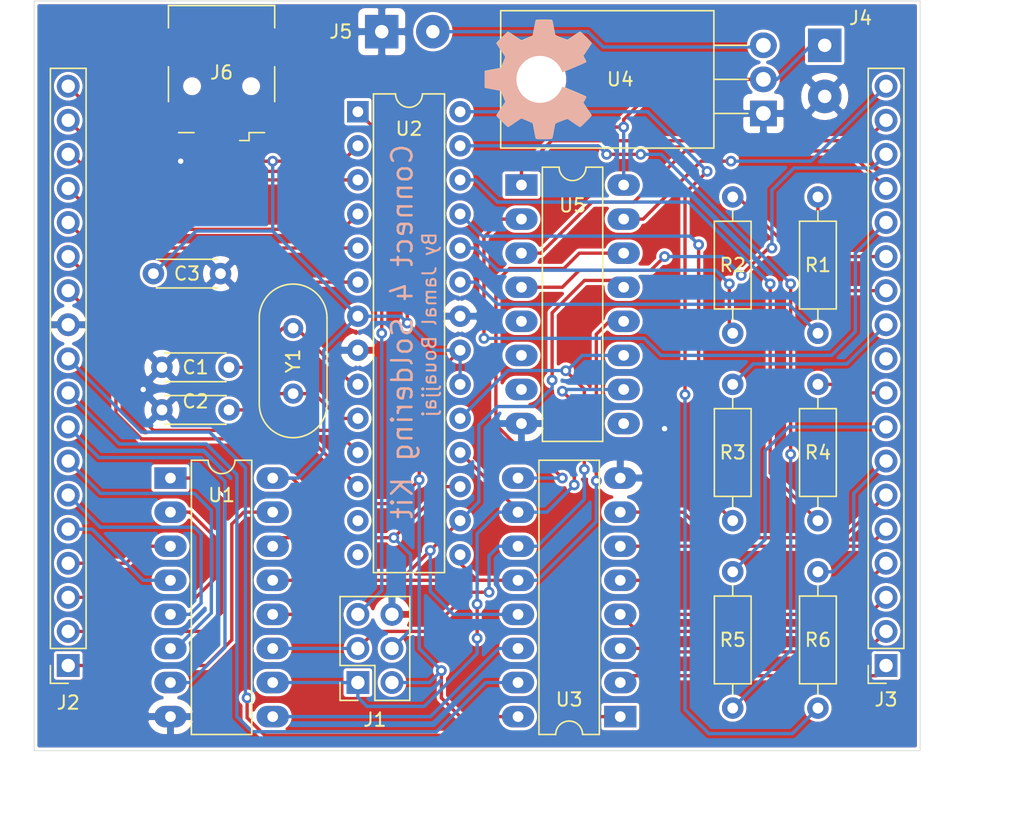
<source format=kicad_pcb>
(kicad_pcb (version 20171130) (host pcbnew "(5.1.5)-3")
  (layers (0 F.Cu signal) (31 B.Cu signal) (34 B.Paste user) (35 F.Paste user) (36 B.SilkS user) (37 F.SilkS user) (38 B.Mask user) (39 F.Mask user) (44 Edge.Cuts user))
  (net 0 "")
  (net 1 XTAL1)
  (net 2 XTAL2)
  (net 3 VCC)
  (net 4 ~RESET)
  (net 5 DATA)
  (net 6 SRCLK)
  (net 7 ~SRCLR)
  (net 8 "Net-(R2-Pad2)")
  (net 9 "Net-(R3-Pad2)")
  (net 10 "Net-(R4-Pad2)")
  (net 11 "Net-(R5-Pad2)")
  (net 12 "Net-(R6-Pad2)")
  (net 13 Button1)
  (net 14 Button2)
  (net 15 Button3)
  (net 16 Button4)
  (net 17 Button5)
  (net 18 Button6)
  (net 19 Button7)
  (net 20 ~OE)
  (net 21 RCLK)
  (net 22 "Net-(U3-Pad9)")
  (net 23 Row3_LEDs)
  (net 24 Row6_LEDs)
  (net 25 Row2_LEDs)
  (net 26 Row5_LEDs)
  (net 27 Row1_LEDs)
  (net 28 Row4_LEDs)
  (net 29 /C4R)
  (net 30 /C3B)
  (net 31 /C3G)
  (net 32 /C3R)
  (net 33 /C2B)
  (net 34 /C2G)
  (net 35 /C2R)
  (net 36 /C1B)
  (net 37 /C1G)
  (net 38 /C1R)
  (net 39 /C6G)
  (net 40 /C6B)
  (net 41 /C7R)
  (net 42 /C7G)
  (net 43 /C7B)
  (net 44 /C6R)
  (net 45 /C5B)
  (net 46 /C5G)
  (net 47 /C5R)
  (net 48 /C4B)
  (net 49 /C4G)
  (net 50 GND)
  (net 51 "Net-(R1-Pad2)")
  (net 52 "Net-(J5-Pad2)")
  (net 53 "Net-(U1-Pad9)")
  (net 54 "Net-(J3-Pad10)")
  (net 55 "Net-(J6-Pad4)")
  (net 56 "Net-(J6-Pad3)")
  (net 57 "Net-(J6-Pad2)")
  (net 58 "Net-(J6-Pad6)")
  (net 59 "Net-(U2-Pad13)")
  (net 60 "Net-(U2-Pad14)")
  (net 61 "Net-(U5-Pad9)")
  (net 62 "Net-(U5-Pad5)")
  (net 63 "Net-(U5-Pad6)")
  (net 64 "Net-(U5-Pad7)")
  (module Symbol:OSHW-Symbol_8.9x8mm_SilkScreen (layer B.Cu) (at 139.192 101.092 270)
    (fp_text reference REF** hide)
    (fp_text value OSHW-Symbol_8.9x8mm_SilkScreen hide)
  )
  (module Symbol:OSHW-Symbol_8.9x8mm_SilkScreen (layer F.Cu) (at 139.192 101.092 90)
    (fp_text reference REF** hide)
    (fp_text value OSHW-Symbol_8.9x8mm_SilkScreen hide)
  )
  (module Connector_USB:USB_Mini-B_Wuerth_65100516121_Horizontal (layer F.Cu) (at 115.57 101.6 180)
    (fp_text reference J6 (at 0 1.016) (layer F.SilkS))
    (fp_text value USB_B_Mini)
    (pad "" np_thru_hole circle (at 2.2 0 180) (size 0.9 0.9) (drill 0.9) (layers *.Cu *.Mask))
    (pad "" np_thru_hole circle (at -2.2 0 180) (size 0.9 0.9) (drill 0.9) (layers *.Cu *.Mask))
    (pad 5 smd rect (at 1.6 -2.6 180) (size 0.5 2.5) (layers F.Cu F.Paste F.Mask) (net 50 GND))
    (pad 4 smd rect (at 0.8 -2.6 180) (size 0.5 2.5) (layers F.Cu F.Paste F.Mask) (net 55 "Net-(J6-Pad4)"))
    (pad 3 smd rect (at 0 -2.6 180) (size 0.5 2.5) (layers F.Cu F.Paste F.Mask) (net 56 "Net-(J6-Pad3)"))
    (pad 2 smd rect (at -0.8 -2.6 180) (size 0.5 2.5) (layers F.Cu F.Paste F.Mask) (net 57 "Net-(J6-Pad2)"))
    (pad 1 smd rect (at -1.6 -2.6 180) (size 0.5 2.5) (layers F.Cu F.Paste F.Mask) (net 3 VCC))
    (pad 6 smd rect (at 4.4 -2.6 180) (size 2 2.5) (layers F.Cu F.Paste F.Mask) (net 58 "Net-(J6-Pad6)"))
    (pad 6 smd rect (at -4.4 -2.6 180) (size 2 2.5) (layers F.Cu F.Paste F.Mask) (net 58 "Net-(J6-Pad6)"))
    (pad 6 smd rect (at 4.4 2.9 180) (size 2 2.5) (layers F.Cu F.Paste F.Mask) (net 58 "Net-(J6-Pad6)"))
    (pad 6 smd rect (at -4.4 2.9 180) (size 2 2.5) (layers F.Cu F.Paste F.Mask) (net 58 "Net-(J6-Pad6)"))
  )
  (module Connector_Wire:SolderWirePad_1x02_P3.81mm_Drill1mm (layer F.Cu) (at 160.528 98.552 270)
    (fp_text reference J4 (at -2.032 -2.667 180) (layer F.SilkS))
    (fp_text value Conn_01x02)
    (pad 1 thru_hole rect (at 0 0 270) (size 2.49936 2.49936) (drill 1.00076) (layers *.Cu *.Mask) (net 3 VCC))
    (pad 2 thru_hole circle (at 3.81 0 270) (size 2.49936 2.49936) (drill 1.00076) (layers *.Cu *.Mask) (net 50 GND))
  )
  (module Connector_PinSocket_2.54mm:PinSocket_2x03_P2.54mm_Vertical (layer F.Cu) (at 125.73 146.05 180)
    (fp_text reference J1 (at -1.27 -2.77) (layer F.SilkS))
    (fp_text value Conn_02x03_Odd_Even)
    (pad 1 thru_hole rect (at 0 0 180) (size 1.7 1.7) (drill 1) (layers *.Cu *.Mask) (net 7 ~SRCLR))
    (pad 2 thru_hole oval (at -2.54 0 180) (size 1.7 1.7) (drill 1) (layers *.Cu *.Mask) (net 3 VCC))
    (pad 3 thru_hole oval (at 0 2.54 180) (size 1.7 1.7) (drill 1) (layers *.Cu *.Mask) (net 6 SRCLK))
    (pad 4 thru_hole oval (at -2.54 2.54 180) (size 1.7 1.7) (drill 1) (layers *.Cu *.Mask) (net 5 DATA))
    (pad 5 thru_hole oval (at 0 5.08 180) (size 1.7 1.7) (drill 1) (layers *.Cu *.Mask) (net 4 ~RESET))
    (pad 6 thru_hole oval (at -2.54 5.08 180) (size 1.7 1.7) (drill 1) (layers *.Cu *.Mask) (net 50 GND))
  )
  (module Connector_Wire:SolderWirePad_1x02_P3.81mm_Drill1mm (layer F.Cu) (at 127.508 97.536)
    (fp_text reference J5 (at -3.048 0) (layer F.SilkS))
    (fp_text value Conn_01x02)
    (pad 1 thru_hole rect (at 0 0) (size 2.49936 2.49936) (drill 1.00076) (layers *.Cu *.Mask) (net 50 GND))
    (pad 2 thru_hole circle (at 3.81 0) (size 2.49936 2.49936) (drill 1.00076) (layers *.Cu *.Mask) (net 52 "Net-(J5-Pad2)"))
  )
  (module Crystal:Crystal_HC49-4H_Vertical (layer F.Cu) (at 120.904 119.634 270)
    (fp_text reference Y1 (at 2.44 0 90) (layer F.SilkS))
    (fp_text value "16 Mhz")
    (pad 2 thru_hole circle (at 4.88 0 270) (size 1.5 1.5) (drill 0.8) (layers *.Cu *.Mask) (net 2 XTAL2))
    (pad 1 thru_hole circle (at 0 0 270) (size 1.5 1.5) (drill 0.8) (layers *.Cu *.Mask) (net 1 XTAL1))
  )
  (module Connector_PinSocket_2.54mm:PinSocket_1x18_P2.54mm_Vertical (layer F.Cu) (at 165.1 144.78 180)
    (fp_text reference J3 (at 0 -2.54) (layer F.SilkS))
    (fp_text value Conn_01x18_Female)
    (pad 1 thru_hole rect (at 0 0 180) (size 1.7 1.7) (drill 1) (layers *.Cu *.Mask) (net 49 /C4G))
    (pad 2 thru_hole oval (at 0 2.54 180) (size 1.7 1.7) (drill 1) (layers *.Cu *.Mask) (net 48 /C4B))
    (pad 3 thru_hole oval (at 0 5.08 180) (size 1.7 1.7) (drill 1) (layers *.Cu *.Mask) (net 47 /C5R))
    (pad 4 thru_hole oval (at 0 7.62 180) (size 1.7 1.7) (drill 1) (layers *.Cu *.Mask) (net 46 /C5G))
    (pad 5 thru_hole oval (at 0 10.16 180) (size 1.7 1.7) (drill 1) (layers *.Cu *.Mask) (net 45 /C5B))
    (pad 6 thru_hole oval (at 0 12.7 180) (size 1.7 1.7) (drill 1) (layers *.Cu *.Mask) (net 44 /C6R))
    (pad 7 thru_hole oval (at 0 15.24 180) (size 1.7 1.7) (drill 1) (layers *.Cu *.Mask) (net 24 Row6_LEDs))
    (pad 8 thru_hole oval (at 0 17.78 180) (size 1.7 1.7) (drill 1) (layers *.Cu *.Mask) (net 26 Row5_LEDs))
    (pad 9 thru_hole oval (at 0 20.32 180) (size 1.7 1.7) (drill 1) (layers *.Cu *.Mask) (net 28 Row4_LEDs))
    (pad 10 thru_hole oval (at 0 22.86 180) (size 1.7 1.7) (drill 1) (layers *.Cu *.Mask) (net 54 "Net-(J3-Pad10)"))
    (pad 11 thru_hole oval (at 0 25.4 180) (size 1.7 1.7) (drill 1) (layers *.Cu *.Mask) (net 23 Row3_LEDs))
    (pad 12 thru_hole oval (at 0 27.94 180) (size 1.7 1.7) (drill 1) (layers *.Cu *.Mask) (net 25 Row2_LEDs))
    (pad 13 thru_hole oval (at 0 30.48 180) (size 1.7 1.7) (drill 1) (layers *.Cu *.Mask) (net 27 Row1_LEDs))
    (pad 14 thru_hole oval (at 0 33.02 180) (size 1.7 1.7) (drill 1) (layers *.Cu *.Mask) (net 43 /C7B))
    (pad 15 thru_hole oval (at 0 35.56 180) (size 1.7 1.7) (drill 1) (layers *.Cu *.Mask) (net 42 /C7G))
    (pad 16 thru_hole oval (at 0 38.1 180) (size 1.7 1.7) (drill 1) (layers *.Cu *.Mask) (net 41 /C7R))
    (pad 17 thru_hole oval (at 0 40.64 180) (size 1.7 1.7) (drill 1) (layers *.Cu *.Mask) (net 40 /C6B))
    (pad 18 thru_hole oval (at 0 43.18 180) (size 1.7 1.7) (drill 1) (layers *.Cu *.Mask) (net 39 /C6G))
  )
  (module Connector_PinSocket_2.54mm:PinSocket_1x18_P2.54mm_Vertical (layer F.Cu) (at 104.14 144.78 180)
    (fp_text reference J2 (at 0 -2.77) (layer F.SilkS))
    (fp_text value Conn_01x18_Female)
    (pad 1 thru_hole rect (at 0 0 180) (size 1.7 1.7) (drill 1) (layers *.Cu *.Mask) (net 38 /C1R))
    (pad 2 thru_hole oval (at 0 2.54 180) (size 1.7 1.7) (drill 1) (layers *.Cu *.Mask) (net 37 /C1G))
    (pad 3 thru_hole oval (at 0 5.08 180) (size 1.7 1.7) (drill 1) (layers *.Cu *.Mask) (net 36 /C1B))
    (pad 4 thru_hole oval (at 0 7.62 180) (size 1.7 1.7) (drill 1) (layers *.Cu *.Mask) (net 35 /C2R))
    (pad 5 thru_hole oval (at 0 10.16 180) (size 1.7 1.7) (drill 1) (layers *.Cu *.Mask) (net 34 /C2G))
    (pad 6 thru_hole oval (at 0 12.7 180) (size 1.7 1.7) (drill 1) (layers *.Cu *.Mask) (net 33 /C2B))
    (pad 7 thru_hole oval (at 0 15.24 180) (size 1.7 1.7) (drill 1) (layers *.Cu *.Mask) (net 32 /C3R))
    (pad 8 thru_hole oval (at 0 17.78 180) (size 1.7 1.7) (drill 1) (layers *.Cu *.Mask) (net 31 /C3G))
    (pad 9 thru_hole oval (at 0 20.32 180) (size 1.7 1.7) (drill 1) (layers *.Cu *.Mask) (net 30 /C3B))
    (pad 10 thru_hole oval (at 0 22.86 180) (size 1.7 1.7) (drill 1) (layers *.Cu *.Mask) (net 29 /C4R))
    (pad 11 thru_hole oval (at 0 25.4 180) (size 1.7 1.7) (drill 1) (layers *.Cu *.Mask) (net 50 GND))
    (pad 12 thru_hole oval (at 0 27.94 180) (size 1.7 1.7) (drill 1) (layers *.Cu *.Mask) (net 13 Button1))
    (pad 13 thru_hole oval (at 0 30.48 180) (size 1.7 1.7) (drill 1) (layers *.Cu *.Mask) (net 14 Button2))
    (pad 14 thru_hole oval (at 0 33.02 180) (size 1.7 1.7) (drill 1) (layers *.Cu *.Mask) (net 15 Button3))
    (pad 15 thru_hole oval (at 0 35.56 180) (size 1.7 1.7) (drill 1) (layers *.Cu *.Mask) (net 16 Button4))
    (pad 16 thru_hole oval (at 0 38.1 180) (size 1.7 1.7) (drill 1) (layers *.Cu *.Mask) (net 17 Button5))
    (pad 17 thru_hole oval (at 0 40.64 180) (size 1.7 1.7) (drill 1) (layers *.Cu *.Mask) (net 18 Button6))
    (pad 18 thru_hole oval (at 0 43.18 180) (size 1.7 1.7) (drill 1) (layers *.Cu *.Mask) (net 19 Button7))
  )
  (module Package_TO_SOT_THT:TO-220-3_Horizontal_TabDown (layer F.Cu) (at 155.956 103.632 90)
    (fp_text reference U4 (at 2.54 -10.668 180) (layer F.SilkS))
    (fp_text value AZ1117-5.0)
    (pad "" np_thru_hole oval (at 2.54 -16.66 90) (size 3.5 3.5) (drill 3.5) (layers *.Cu *.Mask))
    (pad 1 thru_hole rect (at 0 0 90) (size 1.905 2) (drill 1.1) (layers *.Cu *.Mask) (net 50 GND))
    (pad 2 thru_hole oval (at 2.54 0 90) (size 1.905 2) (drill 1.1) (layers *.Cu *.Mask) (net 3 VCC))
    (pad 3 thru_hole oval (at 5.08 0 90) (size 1.905 2) (drill 1.1) (layers *.Cu *.Mask) (net 52 "Net-(J5-Pad2)"))
  )
  (module Package_DIP:DIP-16_W7.62mm_LongPads (layer F.Cu) (at 111.76 130.81)
    (fp_text reference U1 (at 3.81 1.27) (layer F.SilkS))
    (fp_text value 74HC595)
    (pad 1 thru_hole rect (at 0 0) (size 2.4 1.6) (drill 0.8) (layers *.Cu *.Mask) (net 37 /C1G))
    (pad 9 thru_hole oval (at 7.62 17.78) (size 2.4 1.6) (drill 0.8) (layers *.Cu *.Mask) (net 53 "Net-(U1-Pad9)"))
    (pad 2 thru_hole oval (at 0 2.54) (size 2.4 1.6) (drill 0.8) (layers *.Cu *.Mask) (net 36 /C1B))
    (pad 10 thru_hole oval (at 7.62 15.24) (size 2.4 1.6) (drill 0.8) (layers *.Cu *.Mask) (net 7 ~SRCLR))
    (pad 3 thru_hole oval (at 0 5.08) (size 2.4 1.6) (drill 0.8) (layers *.Cu *.Mask) (net 35 /C2R))
    (pad 11 thru_hole oval (at 7.62 12.7) (size 2.4 1.6) (drill 0.8) (layers *.Cu *.Mask) (net 6 SRCLK))
    (pad 4 thru_hole oval (at 0 7.62) (size 2.4 1.6) (drill 0.8) (layers *.Cu *.Mask) (net 34 /C2G))
    (pad 12 thru_hole oval (at 7.62 10.16) (size 2.4 1.6) (drill 0.8) (layers *.Cu *.Mask) (net 21 RCLK))
    (pad 5 thru_hole oval (at 0 10.16) (size 2.4 1.6) (drill 0.8) (layers *.Cu *.Mask) (net 33 /C2B))
    (pad 13 thru_hole oval (at 7.62 7.62) (size 2.4 1.6) (drill 0.8) (layers *.Cu *.Mask) (net 20 ~OE))
    (pad 6 thru_hole oval (at 0 12.7) (size 2.4 1.6) (drill 0.8) (layers *.Cu *.Mask) (net 32 /C3R))
    (pad 14 thru_hole oval (at 7.62 5.08) (size 2.4 1.6) (drill 0.8) (layers *.Cu *.Mask) (net 5 DATA))
    (pad 7 thru_hole oval (at 0 15.24) (size 2.4 1.6) (drill 0.8) (layers *.Cu *.Mask) (net 31 /C3G))
    (pad 15 thru_hole oval (at 7.62 2.54) (size 2.4 1.6) (drill 0.8) (layers *.Cu *.Mask) (net 38 /C1R))
    (pad 8 thru_hole oval (at 0 17.78) (size 2.4 1.6) (drill 0.8) (layers *.Cu *.Mask) (net 50 GND))
    (pad 16 thru_hole oval (at 7.62 0) (size 2.4 1.6) (drill 0.8) (layers *.Cu *.Mask) (net 3 VCC))
  )
  (module Package_DIP:DIP-28_W7.62mm (layer F.Cu) (at 125.73 103.505)
    (fp_text reference U2 (at 3.81 1.27) (layer F.SilkS))
    (fp_text value ATmega328P-PU)
    (pad 1 thru_hole rect (at 0 0) (size 1.6 1.6) (drill 0.8) (layers *.Cu *.Mask) (net 4 ~RESET))
    (pad 15 thru_hole oval (at 7.62 33.02) (size 1.6 1.6) (drill 0.8) (layers *.Cu *.Mask) (net 21 RCLK))
    (pad 2 thru_hole oval (at 0 2.54) (size 1.6 1.6) (drill 0.8) (layers *.Cu *.Mask) (net 19 Button7))
    (pad 16 thru_hole oval (at 7.62 30.48) (size 1.6 1.6) (drill 0.8) (layers *.Cu *.Mask) (net 20 ~OE))
    (pad 3 thru_hole oval (at 0 5.08) (size 1.6 1.6) (drill 0.8) (layers *.Cu *.Mask) (net 18 Button6))
    (pad 17 thru_hole oval (at 7.62 27.94) (size 1.6 1.6) (drill 0.8) (layers *.Cu *.Mask) (net 5 DATA))
    (pad 4 thru_hole oval (at 0 7.62) (size 1.6 1.6) (drill 0.8) (layers *.Cu *.Mask) (net 17 Button5))
    (pad 18 thru_hole oval (at 7.62 25.4) (size 1.6 1.6) (drill 0.8) (layers *.Cu *.Mask) (net 7 ~SRCLR))
    (pad 5 thru_hole oval (at 0 10.16) (size 1.6 1.6) (drill 0.8) (layers *.Cu *.Mask) (net 16 Button4))
    (pad 19 thru_hole oval (at 7.62 22.86) (size 1.6 1.6) (drill 0.8) (layers *.Cu *.Mask) (net 6 SRCLK))
    (pad 6 thru_hole oval (at 0 12.7) (size 1.6 1.6) (drill 0.8) (layers *.Cu *.Mask) (net 15 Button3))
    (pad 20 thru_hole oval (at 7.62 20.32) (size 1.6 1.6) (drill 0.8) (layers *.Cu *.Mask) (net 3 VCC))
    (pad 7 thru_hole oval (at 0 15.24) (size 1.6 1.6) (drill 0.8) (layers *.Cu *.Mask) (net 3 VCC))
    (pad 21 thru_hole oval (at 7.62 17.78) (size 1.6 1.6) (drill 0.8) (layers *.Cu *.Mask) (net 3 VCC))
    (pad 8 thru_hole oval (at 0 17.78) (size 1.6 1.6) (drill 0.8) (layers *.Cu *.Mask) (net 50 GND))
    (pad 22 thru_hole oval (at 7.62 15.24) (size 1.6 1.6) (drill 0.8) (layers *.Cu *.Mask) (net 50 GND))
    (pad 9 thru_hole oval (at 0 20.32) (size 1.6 1.6) (drill 0.8) (layers *.Cu *.Mask) (net 1 XTAL1))
    (pad 23 thru_hole oval (at 7.62 12.7) (size 1.6 1.6) (drill 0.8) (layers *.Cu *.Mask) (net 51 "Net-(R1-Pad2)"))
    (pad 10 thru_hole oval (at 0 22.86) (size 1.6 1.6) (drill 0.8) (layers *.Cu *.Mask) (net 2 XTAL2))
    (pad 24 thru_hole oval (at 7.62 10.16) (size 1.6 1.6) (drill 0.8) (layers *.Cu *.Mask) (net 8 "Net-(R2-Pad2)"))
    (pad 11 thru_hole oval (at 0 25.4) (size 1.6 1.6) (drill 0.8) (layers *.Cu *.Mask) (net 14 Button2))
    (pad 25 thru_hole oval (at 7.62 7.62) (size 1.6 1.6) (drill 0.8) (layers *.Cu *.Mask) (net 9 "Net-(R3-Pad2)"))
    (pad 12 thru_hole oval (at 0 27.94) (size 1.6 1.6) (drill 0.8) (layers *.Cu *.Mask) (net 13 Button1))
    (pad 26 thru_hole oval (at 7.62 5.08) (size 1.6 1.6) (drill 0.8) (layers *.Cu *.Mask) (net 10 "Net-(R4-Pad2)"))
    (pad 13 thru_hole oval (at 0 30.48) (size 1.6 1.6) (drill 0.8) (layers *.Cu *.Mask) (net 59 "Net-(U2-Pad13)"))
    (pad 27 thru_hole oval (at 7.62 2.54) (size 1.6 1.6) (drill 0.8) (layers *.Cu *.Mask) (net 11 "Net-(R5-Pad2)"))
    (pad 14 thru_hole oval (at 0 33.02) (size 1.6 1.6) (drill 0.8) (layers *.Cu *.Mask) (net 60 "Net-(U2-Pad14)"))
    (pad 28 thru_hole oval (at 7.62 0) (size 1.6 1.6) (drill 0.8) (layers *.Cu *.Mask) (net 12 "Net-(R6-Pad2)"))
  )
  (module Resistor_THT:R_Axial_DIN0207_L6.3mm_D2.5mm_P10.16mm_Horizontal (layer F.Cu) (at 160.02 137.795 270)
    (fp_text reference R6 (at 5.08 0 180) (layer F.SilkS))
    (fp_text value R)
    (pad 1 thru_hole circle (at 0 0 270) (size 1.6 1.6) (drill 0.8) (layers *.Cu *.Mask) (net 24 Row6_LEDs))
    (pad 2 thru_hole oval (at 10.16 0 270) (size 1.6 1.6) (drill 0.8) (layers *.Cu *.Mask) (net 12 "Net-(R6-Pad2)"))
  )
  (module Capacitor_THT:C_Disc_D4.3mm_W1.9mm_P5.00mm (layer F.Cu) (at 110.49 115.57)
    (fp_text reference C3 (at 2.5 0) (layer F.SilkS))
    (fp_text value C)
    (pad 1 thru_hole circle (at 0 0) (size 1.6 1.6) (drill 0.8) (layers *.Cu *.Mask) (net 3 VCC))
    (pad 2 thru_hole circle (at 5 0) (size 1.6 1.6) (drill 0.8) (layers *.Cu *.Mask) (net 50 GND))
  )
  (module Capacitor_THT:C_Disc_D4.3mm_W1.9mm_P5.00mm (layer F.Cu) (at 111.125 125.73)
    (fp_text reference C2 (at 2.5 -0.635) (layer F.SilkS))
    (fp_text value C)
    (pad 1 thru_hole circle (at 0 0) (size 1.6 1.6) (drill 0.8) (layers *.Cu *.Mask) (net 50 GND))
    (pad 2 thru_hole circle (at 5 0) (size 1.6 1.6) (drill 0.8) (layers *.Cu *.Mask) (net 2 XTAL2))
  )
  (module Capacitor_THT:C_Disc_D4.3mm_W1.9mm_P5.00mm (layer F.Cu) (at 111.125 122.555)
    (fp_text reference C1 (at 2.5 0) (layer F.SilkS))
    (fp_text value C)
    (pad 1 thru_hole circle (at 0 0) (size 1.6 1.6) (drill 0.8) (layers *.Cu *.Mask) (net 50 GND))
    (pad 2 thru_hole circle (at 5 0) (size 1.6 1.6) (drill 0.8) (layers *.Cu *.Mask) (net 1 XTAL1))
  )
  (module Package_DIP:DIP-16_W7.62mm_LongPads (layer F.Cu) (at 137.922 108.966)
    (fp_text reference U5 (at 3.81 1.524) (layer F.SilkS))
    (fp_text value 74HC595)
    (pad 1 thru_hole rect (at 0 0) (size 2.4 1.6) (drill 0.8) (layers *.Cu *.Mask) (net 40 /C6B))
    (pad 9 thru_hole oval (at 7.62 17.78) (size 2.4 1.6) (drill 0.8) (layers *.Cu *.Mask) (net 61 "Net-(U5-Pad9)"))
    (pad 2 thru_hole oval (at 0 2.54) (size 2.4 1.6) (drill 0.8) (layers *.Cu *.Mask) (net 43 /C7B))
    (pad 10 thru_hole oval (at 7.62 15.24) (size 2.4 1.6) (drill 0.8) (layers *.Cu *.Mask) (net 7 ~SRCLR))
    (pad 3 thru_hole oval (at 0 5.08) (size 2.4 1.6) (drill 0.8) (layers *.Cu *.Mask) (net 42 /C7G))
    (pad 11 thru_hole oval (at 7.62 12.7) (size 2.4 1.6) (drill 0.8) (layers *.Cu *.Mask) (net 6 SRCLK))
    (pad 4 thru_hole oval (at 0 7.62) (size 2.4 1.6) (drill 0.8) (layers *.Cu *.Mask) (net 41 /C7R))
    (pad 12 thru_hole oval (at 7.62 10.16) (size 2.4 1.6) (drill 0.8) (layers *.Cu *.Mask) (net 21 RCLK))
    (pad 5 thru_hole oval (at 0 10.16) (size 2.4 1.6) (drill 0.8) (layers *.Cu *.Mask) (net 62 "Net-(U5-Pad5)"))
    (pad 13 thru_hole oval (at 7.62 7.62) (size 2.4 1.6) (drill 0.8) (layers *.Cu *.Mask) (net 20 ~OE))
    (pad 6 thru_hole oval (at 0 12.7) (size 2.4 1.6) (drill 0.8) (layers *.Cu *.Mask) (net 63 "Net-(U5-Pad6)"))
    (pad 14 thru_hole oval (at 7.62 5.08) (size 2.4 1.6) (drill 0.8) (layers *.Cu *.Mask) (net 22 "Net-(U3-Pad9)"))
    (pad 7 thru_hole oval (at 0 15.24) (size 2.4 1.6) (drill 0.8) (layers *.Cu *.Mask) (net 64 "Net-(U5-Pad7)"))
    (pad 15 thru_hole oval (at 7.62 2.54) (size 2.4 1.6) (drill 0.8) (layers *.Cu *.Mask) (net 39 /C6G))
    (pad 8 thru_hole oval (at 0 17.78) (size 2.4 1.6) (drill 0.8) (layers *.Cu *.Mask) (net 50 GND))
    (pad 16 thru_hole oval (at 7.62 0) (size 2.4 1.6) (drill 0.8) (layers *.Cu *.Mask) (net 3 VCC))
  )
  (module Package_DIP:DIP-16_W7.62mm_LongPads (layer F.Cu) (at 145.288 148.59 180)
    (fp_text reference U3 (at 3.81 1.27) (layer F.SilkS))
    (fp_text value 74HC595)
    (pad 1 thru_hole rect (at 0 0 180) (size 2.4 1.6) (drill 0.8) (layers *.Cu *.Mask) (net 29 /C4R))
    (pad 9 thru_hole oval (at 7.62 17.78 180) (size 2.4 1.6) (drill 0.8) (layers *.Cu *.Mask) (net 22 "Net-(U3-Pad9)"))
    (pad 2 thru_hole oval (at 0 2.54 180) (size 2.4 1.6) (drill 0.8) (layers *.Cu *.Mask) (net 49 /C4G))
    (pad 10 thru_hole oval (at 7.62 15.24 180) (size 2.4 1.6) (drill 0.8) (layers *.Cu *.Mask) (net 7 ~SRCLR))
    (pad 3 thru_hole oval (at 0 5.08 180) (size 2.4 1.6) (drill 0.8) (layers *.Cu *.Mask) (net 48 /C4B))
    (pad 11 thru_hole oval (at 7.62 12.7 180) (size 2.4 1.6) (drill 0.8) (layers *.Cu *.Mask) (net 6 SRCLK))
    (pad 4 thru_hole oval (at 0 7.62 180) (size 2.4 1.6) (drill 0.8) (layers *.Cu *.Mask) (net 47 /C5R))
    (pad 12 thru_hole oval (at 7.62 10.16 180) (size 2.4 1.6) (drill 0.8) (layers *.Cu *.Mask) (net 21 RCLK))
    (pad 5 thru_hole oval (at 0 10.16 180) (size 2.4 1.6) (drill 0.8) (layers *.Cu *.Mask) (net 46 /C5G))
    (pad 13 thru_hole oval (at 7.62 7.62 180) (size 2.4 1.6) (drill 0.8) (layers *.Cu *.Mask) (net 20 ~OE))
    (pad 6 thru_hole oval (at 0 12.7 180) (size 2.4 1.6) (drill 0.8) (layers *.Cu *.Mask) (net 45 /C5B))
    (pad 14 thru_hole oval (at 7.62 5.08 180) (size 2.4 1.6) (drill 0.8) (layers *.Cu *.Mask) (net 53 "Net-(U1-Pad9)"))
    (pad 7 thru_hole oval (at 0 15.24 180) (size 2.4 1.6) (drill 0.8) (layers *.Cu *.Mask) (net 44 /C6R))
    (pad 15 thru_hole oval (at 7.62 2.54 180) (size 2.4 1.6) (drill 0.8) (layers *.Cu *.Mask) (net 30 /C3B))
    (pad 8 thru_hole oval (at 0 17.78 180) (size 2.4 1.6) (drill 0.8) (layers *.Cu *.Mask) (net 50 GND))
    (pad 16 thru_hole oval (at 7.62 0 180) (size 2.4 1.6) (drill 0.8) (layers *.Cu *.Mask) (net 3 VCC))
  )
  (module Resistor_THT:R_Axial_DIN0207_L6.3mm_D2.5mm_P10.16mm_Horizontal (layer F.Cu) (at 153.67 137.795 270)
    (fp_text reference R5 (at 5.08 0 180) (layer F.SilkS))
    (fp_text value R)
    (pad 1 thru_hole circle (at 0 0 270) (size 1.6 1.6) (drill 0.8) (layers *.Cu *.Mask) (net 26 Row5_LEDs))
    (pad 2 thru_hole oval (at 10.16 0 270) (size 1.6 1.6) (drill 0.8) (layers *.Cu *.Mask) (net 11 "Net-(R5-Pad2)"))
  )
  (module Resistor_THT:R_Axial_DIN0207_L6.3mm_D2.5mm_P10.16mm_Horizontal (layer F.Cu) (at 160.02 123.825 270)
    (fp_text reference R4 (at 5.08 0 180) (layer F.SilkS))
    (fp_text value R)
    (pad 1 thru_hole circle (at 0 0 270) (size 1.6 1.6) (drill 0.8) (layers *.Cu *.Mask) (net 28 Row4_LEDs))
    (pad 2 thru_hole oval (at 10.16 0 270) (size 1.6 1.6) (drill 0.8) (layers *.Cu *.Mask) (net 10 "Net-(R4-Pad2)"))
  )
  (module Resistor_THT:R_Axial_DIN0207_L6.3mm_D2.5mm_P10.16mm_Horizontal (layer F.Cu) (at 153.67 123.825 270)
    (fp_text reference R3 (at 5.08 0 180) (layer F.SilkS))
    (fp_text value R)
    (pad 1 thru_hole circle (at 0 0 270) (size 1.6 1.6) (drill 0.8) (layers *.Cu *.Mask) (net 23 Row3_LEDs))
    (pad 2 thru_hole oval (at 10.16 0 270) (size 1.6 1.6) (drill 0.8) (layers *.Cu *.Mask) (net 9 "Net-(R3-Pad2)"))
  )
  (module Resistor_THT:R_Axial_DIN0207_L6.3mm_D2.5mm_P10.16mm_Horizontal (layer F.Cu) (at 153.67 109.855 270)
    (fp_text reference R2 (at 5.08 0 180) (layer F.SilkS))
    (fp_text value R)
    (pad 1 thru_hole circle (at 0 0 270) (size 1.6 1.6) (drill 0.8) (layers *.Cu *.Mask) (net 25 Row2_LEDs))
    (pad 2 thru_hole oval (at 10.16 0 270) (size 1.6 1.6) (drill 0.8) (layers *.Cu *.Mask) (net 8 "Net-(R2-Pad2)"))
  )
  (module Resistor_THT:R_Axial_DIN0207_L6.3mm_D2.5mm_P10.16mm_Horizontal (layer F.Cu) (at 160.02 109.855 270)
    (fp_text reference R1 (at 5.08 0 180) (layer F.SilkS))
    (fp_text value R)
    (pad 1 thru_hole circle (at 0 0 270) (size 1.6 1.6) (drill 0.8) (layers *.Cu *.Mask) (net 27 Row1_LEDs))
    (pad 2 thru_hole oval (at 10.16 0 270) (size 1.6 1.6) (drill 0.8) (layers *.Cu *.Mask) (net 51 "Net-(R1-Pad2)"))
  )
  (gr_text "By Jamal Bouajjaj" (at 131.064 119.38 90) (layer B.SilkS) (effects (font (size 1 1)) (justify mirror)))
  (gr_text "Connect 4 Soldering Kit" (at 129.032 119.888 90) (layer B.SilkS) (effects (font (size 1.524 1.524) (thickness 0.1905)) (justify mirror)))
  (gr_line (start 101.6 95.25) (end 101.6 151.13) (layer Edge.Cuts) (width 0.05))
  (gr_line (start 167.64 95.25) (end 101.6 95.25) (layer Edge.Cuts) (width 0.05))
  (gr_line (start 167.64 151.13) (end 167.64 95.25) (layer Edge.Cuts) (width 0.05))
  (gr_line (start 101.6 151.13) (end 167.64 151.13) (layer Edge.Cuts) (width 0.05))
  (segment (start 125.349 123.825) (end 125.73 123.825) (width 0.25) (layer F.Cu) (net 1))
  (segment (start 120.904 119.634) (end 121.158 119.634) (width 0.25) (layer F.Cu) (net 1))
  (segment (start 121.158 119.634) (end 125.349 123.825) (width 0.25) (layer F.Cu) (net 1))
  (segment (start 120.142 119.634) (end 120.904 119.634) (width 0.25) (layer F.Cu) (net 1))
  (segment (start 116.125 122.555) (end 117.221 122.555) (width 0.25) (layer F.Cu) (net 1))
  (segment (start 117.221 122.555) (end 120.142 119.634) (width 0.25) (layer F.Cu) (net 1))
  (segment (start 122.482 124.514) (end 120.904 124.514) (width 0.25) (layer F.Cu) (net 2))
  (segment (start 125.73 126.365) (end 124.333 126.365) (width 0.25) (layer F.Cu) (net 2))
  (segment (start 124.333 126.365) (end 122.482 124.514) (width 0.25) (layer F.Cu) (net 2))
  (segment (start 119.226 124.514) (end 120.904 124.514) (width 0.25) (layer F.Cu) (net 2))
  (segment (start 116.125 125.73) (end 118.01 125.73) (width 0.25) (layer F.Cu) (net 2))
  (segment (start 118.01 125.73) (end 119.226 124.514) (width 0.25) (layer F.Cu) (net 2))
  (segment (start 113.665 112.395) (end 110.49 115.57) (width 0.25) (layer B.Cu) (net 3))
  (segment (start 119.38 112.395) (end 125.73 118.745) (width 0.25) (layer B.Cu) (net 3))
  (segment (start 113.665 112.395) (end 119.38 112.395) (width 0.25) (layer B.Cu) (net 3))
  (segment (start 119.38 130.81) (end 121.285 130.81) (width 0.25) (layer B.Cu) (net 3))
  (segment (start 121.285 130.81) (end 123.19 128.905) (width 0.25) (layer B.Cu) (net 3))
  (segment (start 123.19 121.285) (end 125.73 118.745) (width 0.25) (layer B.Cu) (net 3))
  (segment (start 123.19 128.905) (end 123.19 121.285) (width 0.25) (layer B.Cu) (net 3))
  (segment (start 133.35 121.285) (end 133.35 123.825) (width 0.25) (layer B.Cu) (net 3))
  (segment (start 131.445 121.285) (end 133.35 121.285) (width 0.25) (layer B.Cu) (net 3))
  (segment (start 128.905 118.745) (end 131.445 121.285) (width 0.25) (layer B.Cu) (net 3))
  (segment (start 125.73 118.745) (end 128.905 118.745) (width 0.25) (layer B.Cu) (net 3))
  (segment (start 137.668 148.59) (end 133.35 148.59) (width 0.25) (layer F.Cu) (net 3))
  (via (at 131.953 145.161) (size 0.8) (drill 0.4) (layers F.Cu B.Cu) (net 3))
  (segment (start 131.953 147.193) (end 131.953 145.161) (width 0.25) (layer F.Cu) (net 3))
  (segment (start 133.35 148.59) (end 131.953 147.193) (width 0.25) (layer F.Cu) (net 3))
  (via (at 129.413 119.253) (size 0.8) (drill 0.4) (layers F.Cu B.Cu) (net 3))
  (segment (start 159.512 98.552) (end 160.528 98.552) (width 0.25) (layer B.Cu) (net 3))
  (segment (start 155.956 101.092) (end 156.972 101.092) (width 0.25) (layer B.Cu) (net 3))
  (segment (start 156.972 101.092) (end 159.512 98.552) (width 0.25) (layer B.Cu) (net 3))
  (segment (start 131.064 146.05) (end 131.953 145.161) (width 0.25) (layer B.Cu) (net 3))
  (segment (start 128.27 146.05) (end 131.064 146.05) (width 0.25) (layer B.Cu) (net 3))
  (segment (start 133.35 121.285) (end 130.302 124.333) (width 0.25) (layer F.Cu) (net 3))
  (segment (start 130.302 130.371315) (end 130.302 130.937) (width 0.25) (layer F.Cu) (net 3))
  (segment (start 130.302 143.51) (end 130.302 130.937) (width 0.25) (layer B.Cu) (net 3))
  (segment (start 130.302 124.333) (end 130.302 130.371315) (width 0.25) (layer F.Cu) (net 3))
  (segment (start 131.953 145.161) (end 130.302 143.51) (width 0.25) (layer B.Cu) (net 3))
  (via (at 130.302 130.937) (size 0.8) (drill 0.4) (layers F.Cu B.Cu) (net 3))
  (segment (start 129.413 119.253) (end 129.413 106.172) (width 0.25) (layer F.Cu) (net 3))
  (segment (start 129.413 106.172) (end 130.937 104.648) (width 0.25) (layer F.Cu) (net 3))
  (segment (start 145.542 108.966) (end 145.542 104.648) (width 0.25) (layer B.Cu) (net 3))
  (via (at 145.542 104.648) (size 0.8) (drill 0.4) (layers F.Cu B.Cu) (net 3))
  (segment (start 144.976315 104.648) (end 145.542 104.648) (width 0.25) (layer F.Cu) (net 3))
  (segment (start 154.706 101.092) (end 155.956 101.092) (width 0.25) (layer F.Cu) (net 3))
  (segment (start 148.532315 101.092) (end 154.706 101.092) (width 0.25) (layer F.Cu) (net 3))
  (segment (start 145.542 104.082315) (end 148.532315 101.092) (width 0.25) (layer F.Cu) (net 3))
  (segment (start 145.542 104.648) (end 145.542 104.082315) (width 0.25) (layer F.Cu) (net 3))
  (segment (start 117.17 104.2) (end 117.17 105.7) (width 0.25) (layer F.Cu) (net 3))
  (via (at 119.38 107.188) (size 0.8) (drill 0.4) (layers F.Cu B.Cu) (net 3))
  (segment (start 117.17 105.7) (end 118.658 107.188) (width 0.25) (layer F.Cu) (net 3))
  (segment (start 119.38 107.188) (end 119.38 112.395) (width 0.25) (layer B.Cu) (net 3))
  (segment (start 118.872 107.188) (end 121.412 107.188) (width 0.25) (layer F.Cu) (net 3))
  (segment (start 118.872 107.188) (end 119.38 107.188) (width 0.25) (layer F.Cu) (net 3))
  (segment (start 118.658 107.188) (end 118.872 107.188) (width 0.25) (layer F.Cu) (net 3))
  (segment (start 121.412 107.188) (end 122.936 105.664) (width 0.25) (layer F.Cu) (net 3))
  (segment (start 122.936 105.664) (end 122.936 102.362) (width 0.25) (layer F.Cu) (net 3))
  (segment (start 122.936 102.362) (end 124.206 101.092) (width 0.25) (layer F.Cu) (net 3))
  (segment (start 134.874 101.092) (end 138.43 104.648) (width 0.25) (layer F.Cu) (net 3))
  (segment (start 124.206 101.092) (end 134.874 101.092) (width 0.25) (layer F.Cu) (net 3))
  (segment (start 130.937 104.648) (end 138.43 104.648) (width 0.25) (layer F.Cu) (net 3))
  (segment (start 138.43 104.648) (end 144.976315 104.648) (width 0.25) (layer F.Cu) (net 3))
  (segment (start 120.83 130.81) (end 122.735 132.715) (width 0.25) (layer F.Cu) (net 3))
  (segment (start 119.38 130.81) (end 120.83 130.81) (width 0.25) (layer F.Cu) (net 3))
  (segment (start 128.524 132.715) (end 130.302 130.937) (width 0.25) (layer F.Cu) (net 3))
  (segment (start 122.735 132.715) (end 128.524 132.715) (width 0.25) (layer F.Cu) (net 3))
  (segment (start 125.73 140.97) (end 127.508 139.192) (width 0.25) (layer B.Cu) (net 4))
  (via (at 127.508 120.015) (size 0.8) (drill 0.4) (layers F.Cu B.Cu) (net 4))
  (segment (start 127.508 139.192) (end 127.508 120.015) (width 0.25) (layer B.Cu) (net 4))
  (segment (start 127.508 105.283) (end 125.73 103.505) (width 0.25) (layer F.Cu) (net 4))
  (segment (start 127.508 120.015) (end 127.508 105.283) (width 0.25) (layer F.Cu) (net 4))
  (segment (start 120.015 135.255) (end 119.38 135.89) (width 0.25) (layer F.Cu) (net 5))
  (segment (start 128.40863 135.255) (end 120.015 135.255) (width 0.25) (layer F.Cu) (net 5))
  (segment (start 132.21863 131.445) (end 128.40863 135.255) (width 0.25) (layer F.Cu) (net 5))
  (segment (start 133.35 131.445) (end 132.21863 131.445) (width 0.25) (layer F.Cu) (net 5))
  (segment (start 128.27 143.51) (end 129.667 142.113) (width 0.25) (layer B.Cu) (net 5))
  (via (at 128.40863 135.255) (size 0.8) (drill 0.4) (layers F.Cu B.Cu) (net 5))
  (segment (start 129.667 142.113) (end 129.667 136.51337) (width 0.25) (layer B.Cu) (net 5))
  (segment (start 129.667 136.51337) (end 128.40863 135.255) (width 0.25) (layer B.Cu) (net 5))
  (segment (start 136.92399 122.79101) (end 141.33301 122.79101) (width 0.25) (layer B.Cu) (net 6))
  (segment (start 133.35 126.365) (end 136.92399 122.79101) (width 0.25) (layer B.Cu) (net 6))
  (segment (start 142.45802 121.666) (end 145.542 121.666) (width 0.25) (layer B.Cu) (net 6))
  (segment (start 141.33301 122.79101) (end 142.45802 121.666) (width 0.25) (layer B.Cu) (net 6))
  (via (at 141.224 122.809) (size 0.8) (drill 0.4) (layers F.Cu B.Cu) (net 6))
  (via (at 142.610114 130.164393) (size 0.8) (drill 0.4) (layers F.Cu B.Cu) (net 6))
  (segment (start 141.224 122.809) (end 142.610114 124.195114) (width 0.25) (layer F.Cu) (net 6))
  (segment (start 142.610114 124.195114) (end 142.610114 129.598708) (width 0.25) (layer F.Cu) (net 6))
  (segment (start 142.610114 129.598708) (end 142.610114 130.164393) (width 0.25) (layer F.Cu) (net 6))
  (segment (start 142.610114 132.397886) (end 142.610114 130.730078) (width 0.25) (layer B.Cu) (net 6))
  (segment (start 142.610114 130.730078) (end 142.610114 130.164393) (width 0.25) (layer B.Cu) (net 6))
  (segment (start 139.118 135.89) (end 142.610114 132.397886) (width 0.25) (layer B.Cu) (net 6))
  (segment (start 137.668 135.89) (end 139.118 135.89) (width 0.25) (layer B.Cu) (net 6))
  (segment (start 120.83 143.51) (end 125.73 143.51) (width 0.25) (layer B.Cu) (net 6))
  (segment (start 119.38 143.51) (end 120.83 143.51) (width 0.25) (layer B.Cu) (net 6))
  (segment (start 136.218 135.89) (end 135.509 136.599) (width 0.25) (layer B.Cu) (net 6))
  (segment (start 133.985 139.319) (end 134.943315 139.319) (width 0.25) (layer F.Cu) (net 6))
  (segment (start 135.509 136.599) (end 135.509 138.753315) (width 0.25) (layer B.Cu) (net 6))
  (segment (start 127 142.24) (end 131.064 142.24) (width 0.25) (layer F.Cu) (net 6))
  (segment (start 134.943315 139.319) (end 135.509 139.319) (width 0.25) (layer F.Cu) (net 6))
  (segment (start 131.064 142.24) (end 133.985 139.319) (width 0.25) (layer F.Cu) (net 6))
  (segment (start 137.668 135.89) (end 136.218 135.89) (width 0.25) (layer B.Cu) (net 6))
  (segment (start 135.509 138.753315) (end 135.509 139.319) (width 0.25) (layer B.Cu) (net 6))
  (segment (start 125.73 143.51) (end 127 142.24) (width 0.25) (layer F.Cu) (net 6))
  (via (at 135.509 139.319) (size 0.8) (drill 0.4) (layers F.Cu B.Cu) (net 6))
  (segment (start 137.668 133.223) (end 137.668 133.35) (width 0.25) (layer F.Cu) (net 7))
  (segment (start 133.35 128.905) (end 137.668 133.223) (width 0.25) (layer F.Cu) (net 7))
  (via (at 140.97 124.333008) (size 0.8) (drill 0.4) (layers F.Cu B.Cu) (net 7))
  (segment (start 141.097008 124.206) (end 140.97 124.333008) (width 0.25) (layer B.Cu) (net 7))
  (segment (start 145.542 124.206) (end 141.097008 124.206) (width 0.25) (layer B.Cu) (net 7))
  (segment (start 139.827 133.35) (end 141.459001 131.717999) (width 0.25) (layer B.Cu) (net 7))
  (segment (start 141.859 130.752315) (end 141.859 131.318) (width 0.25) (layer F.Cu) (net 7))
  (segment (start 137.668 133.35) (end 139.827 133.35) (width 0.25) (layer B.Cu) (net 7))
  (segment (start 141.859 125.222008) (end 141.859 130.752315) (width 0.25) (layer F.Cu) (net 7))
  (segment (start 141.459001 131.717999) (end 141.859 131.318) (width 0.25) (layer B.Cu) (net 7))
  (via (at 141.859 131.318) (size 0.8) (drill 0.4) (layers F.Cu B.Cu) (net 7))
  (segment (start 140.97 124.333008) (end 141.859 125.222008) (width 0.25) (layer F.Cu) (net 7))
  (segment (start 125.73 146.05) (end 119.38 146.05) (width 0.25) (layer B.Cu) (net 7))
  (segment (start 125.73 147.15) (end 126.408 147.828) (width 0.25) (layer B.Cu) (net 7))
  (segment (start 130.683 147.828) (end 134.62 143.891) (width 0.25) (layer B.Cu) (net 7))
  (segment (start 126.408 147.828) (end 130.683 147.828) (width 0.25) (layer B.Cu) (net 7))
  (via (at 134.62 142.748) (size 0.8) (drill 0.4) (layers F.Cu B.Cu) (net 7))
  (segment (start 125.73 146.05) (end 125.73 147.15) (width 0.25) (layer B.Cu) (net 7))
  (segment (start 134.62 143.891) (end 134.62 143.313685) (width 0.25) (layer B.Cu) (net 7))
  (segment (start 134.62 143.313685) (end 134.62 142.748) (width 0.25) (layer B.Cu) (net 7))
  (segment (start 134.62 142.748) (end 134.62 140.208002) (width 0.25) (layer F.Cu) (net 7))
  (via (at 134.62 140.208002) (size 0.8) (drill 0.4) (layers F.Cu B.Cu) (net 7))
  (segment (start 134.62 134.948) (end 134.62 138.700996) (width 0.25) (layer B.Cu) (net 7))
  (segment (start 137.668 133.35) (end 136.218 133.35) (width 0.25) (layer B.Cu) (net 7))
  (segment (start 134.62 138.700996) (end 134.62 140.208002) (width 0.25) (layer B.Cu) (net 7))
  (segment (start 136.218 133.35) (end 134.62 134.948) (width 0.25) (layer B.Cu) (net 7))
  (segment (start 133.35 113.665) (end 134.493 113.665) (width 0.25) (layer B.Cu) (net 8))
  (segment (start 134.493 113.665) (end 136.144 115.316) (width 0.25) (layer B.Cu) (net 8))
  (via (at 153.416 116.332) (size 0.8) (drill 0.4) (layers F.Cu B.Cu) (net 8))
  (segment (start 136.144 115.316) (end 152.4 115.316) (width 0.25) (layer B.Cu) (net 8))
  (segment (start 152.4 115.316) (end 153.416 116.332) (width 0.25) (layer B.Cu) (net 8))
  (segment (start 153.416 119.761) (end 153.67 120.015) (width 0.25) (layer F.Cu) (net 8))
  (segment (start 153.416 116.332) (end 153.416 119.761) (width 0.25) (layer F.Cu) (net 8))
  (segment (start 150.495 112.776) (end 150.730001 113.011001) (width 0.25) (layer B.Cu) (net 9))
  (segment (start 151.13 131.445) (end 151.13 113.411) (width 0.25) (layer F.Cu) (net 9))
  (segment (start 133.35 111.125) (end 135.001 112.776) (width 0.25) (layer B.Cu) (net 9))
  (segment (start 135.001 112.776) (end 150.495 112.776) (width 0.25) (layer B.Cu) (net 9))
  (via (at 151.13 113.411) (size 0.8) (drill 0.4) (layers F.Cu B.Cu) (net 9))
  (segment (start 150.730001 113.011001) (end 151.13 113.411) (width 0.25) (layer B.Cu) (net 9))
  (segment (start 153.67 133.985) (end 151.13 131.445) (width 0.25) (layer F.Cu) (net 9))
  (segment (start 134.48137 108.585) (end 136.13237 110.236) (width 0.25) (layer B.Cu) (net 10))
  (segment (start 133.35 108.585) (end 134.48137 108.585) (width 0.25) (layer B.Cu) (net 10))
  (segment (start 136.13237 110.236) (end 150.368 110.236) (width 0.25) (layer B.Cu) (net 10))
  (via (at 156.464 116.332) (size 0.8) (drill 0.4) (layers F.Cu B.Cu) (net 10))
  (segment (start 150.368 110.236) (end 156.464 116.332) (width 0.25) (layer B.Cu) (net 10))
  (segment (start 156.464 130.429) (end 160.02 133.985) (width 0.25) (layer F.Cu) (net 10))
  (segment (start 156.464 116.332) (end 156.464 130.429) (width 0.25) (layer F.Cu) (net 10))
  (via (at 144.272 106.68) (size 0.8) (drill 0.4) (layers F.Cu B.Cu) (net 11))
  (segment (start 133.35 106.045) (end 143.637 106.045) (width 0.25) (layer B.Cu) (net 11))
  (segment (start 143.637 106.045) (end 144.272 106.68) (width 0.25) (layer B.Cu) (net 11))
  (segment (start 144.272 106.68) (end 146.812 106.68) (width 0.25) (layer F.Cu) (net 11))
  (via (at 146.812 106.68) (size 0.8) (drill 0.4) (layers F.Cu B.Cu) (net 11))
  (segment (start 146.812 106.68) (end 148.336 106.68) (width 0.25) (layer B.Cu) (net 11))
  (segment (start 148.336 106.68) (end 152.908 111.252) (width 0.25) (layer B.Cu) (net 11))
  (via (at 157.988 116.332) (size 0.8) (drill 0.4) (layers F.Cu B.Cu) (net 11))
  (segment (start 152.908 111.252) (end 157.988 116.332) (width 0.25) (layer B.Cu) (net 11))
  (via (at 157.988 129.032) (size 0.8) (drill 0.4) (layers F.Cu B.Cu) (net 11))
  (segment (start 157.988 116.332) (end 157.988 129.032) (width 0.25) (layer F.Cu) (net 11))
  (segment (start 157.988 143.637) (end 153.67 147.955) (width 0.25) (layer B.Cu) (net 11))
  (segment (start 157.988 129.032) (end 157.988 143.637) (width 0.25) (layer B.Cu) (net 11))
  (via (at 151.765 107.95) (size 0.8) (drill 0.4) (layers F.Cu B.Cu) (net 12))
  (segment (start 147.32 103.505) (end 151.365001 107.550001) (width 0.25) (layer B.Cu) (net 12))
  (segment (start 151.365001 107.550001) (end 151.765 107.95) (width 0.25) (layer B.Cu) (net 12))
  (segment (start 133.35 103.505) (end 147.32 103.505) (width 0.25) (layer B.Cu) (net 12))
  (segment (start 150.114 148.082) (end 150.114 125.152685) (width 0.25) (layer B.Cu) (net 12))
  (segment (start 158.115 149.86) (end 151.892 149.86) (width 0.25) (layer B.Cu) (net 12))
  (segment (start 150.114 125.152685) (end 150.114 124.587) (width 0.25) (layer B.Cu) (net 12))
  (segment (start 151.892 149.86) (end 150.114 148.082) (width 0.25) (layer B.Cu) (net 12))
  (via (at 150.114 124.587) (size 0.8) (drill 0.4) (layers F.Cu B.Cu) (net 12))
  (segment (start 151.765 107.95) (end 150.114 109.601) (width 0.25) (layer F.Cu) (net 12))
  (segment (start 150.114 109.601) (end 150.114 124.587) (width 0.25) (layer F.Cu) (net 12))
  (segment (start 160.02 147.955) (end 158.115 149.86) (width 0.25) (layer B.Cu) (net 12))
  (segment (start 107.696 120.396) (end 104.14 116.84) (width 0.25) (layer F.Cu) (net 13))
  (segment (start 107.696 125.984) (end 107.696 120.396) (width 0.25) (layer F.Cu) (net 13))
  (segment (start 109.601 127.889) (end 107.696 125.984) (width 0.25) (layer F.Cu) (net 13))
  (segment (start 122.174 127.889) (end 109.601 127.889) (width 0.25) (layer F.Cu) (net 13))
  (segment (start 125.73 131.445) (end 122.174 127.889) (width 0.25) (layer F.Cu) (net 13))
  (segment (start 124.079 127.254) (end 125.73 128.905) (width 0.25) (layer F.Cu) (net 14))
  (segment (start 110.49 127.254) (end 124.079 127.254) (width 0.25) (layer F.Cu) (net 14))
  (segment (start 108.712 125.476) (end 110.49 127.254) (width 0.25) (layer F.Cu) (net 14))
  (segment (start 108.712 118.872) (end 108.712 125.476) (width 0.25) (layer F.Cu) (net 14))
  (segment (start 104.14 114.3) (end 108.712 118.872) (width 0.25) (layer F.Cu) (net 14))
  (segment (start 104.14 111.76) (end 109.728 117.348) (width 0.25) (layer F.Cu) (net 15))
  (segment (start 109.728 117.348) (end 120.396 117.348) (width 0.25) (layer F.Cu) (net 15))
  (segment (start 121.539 116.205) (end 125.73 116.205) (width 0.25) (layer F.Cu) (net 15))
  (segment (start 120.396 117.348) (end 121.539 116.205) (width 0.25) (layer F.Cu) (net 15))
  (segment (start 108.585 113.665) (end 125.73 113.665) (width 0.25) (layer F.Cu) (net 16))
  (segment (start 104.14 109.22) (end 108.585 113.665) (width 0.25) (layer F.Cu) (net 16))
  (segment (start 124.587 112.268) (end 125.73 111.125) (width 0.25) (layer F.Cu) (net 17))
  (segment (start 104.14 106.68) (end 104.394 106.68) (width 0.25) (layer F.Cu) (net 17))
  (segment (start 109.982 112.268) (end 124.587 112.268) (width 0.25) (layer F.Cu) (net 17))
  (segment (start 104.394 106.68) (end 109.982 112.268) (width 0.25) (layer F.Cu) (net 17))
  (segment (start 108.585 108.585) (end 125.73 108.585) (width 0.25) (layer F.Cu) (net 18))
  (segment (start 104.14 104.14) (end 108.585 108.585) (width 0.25) (layer F.Cu) (net 18))
  (segment (start 123.825 107.95) (end 125.73 106.045) (width 0.25) (layer F.Cu) (net 19))
  (segment (start 104.14 101.6) (end 110.49 107.95) (width 0.25) (layer F.Cu) (net 19))
  (segment (start 110.49 107.95) (end 123.825 107.95) (width 0.25) (layer F.Cu) (net 19))
  (segment (start 120.83 138.43) (end 121.338 137.922) (width 0.25) (layer F.Cu) (net 20))
  (segment (start 119.38 138.43) (end 120.83 138.43) (width 0.25) (layer F.Cu) (net 20))
  (segment (start 129.413 137.922) (end 133.35 133.985) (width 0.25) (layer F.Cu) (net 20))
  (segment (start 121.338 137.922) (end 129.413 137.922) (width 0.25) (layer F.Cu) (net 20))
  (via (at 140.208 123.51601) (size 0.8) (drill 0.4) (layers F.Cu B.Cu) (net 20))
  (segment (start 145.142 116.586) (end 145.542 116.586) (width 0.25) (layer F.Cu) (net 20))
  (segment (start 144.634 116.078) (end 145.142 116.586) (width 0.25) (layer F.Cu) (net 20))
  (segment (start 142.621 116.078) (end 144.634 116.078) (width 0.25) (layer F.Cu) (net 20))
  (segment (start 140.208 118.491) (end 142.621 116.078) (width 0.25) (layer F.Cu) (net 20))
  (segment (start 140.208 123.51601) (end 140.208 118.491) (width 0.25) (layer F.Cu) (net 20))
  (segment (start 134.748517 132.586483) (end 134.748517 126.871483) (width 0.25) (layer B.Cu) (net 20))
  (segment (start 134.748517 126.871483) (end 136.144 125.476) (width 0.25) (layer B.Cu) (net 20))
  (segment (start 133.35 133.985) (end 134.748517 132.586483) (width 0.25) (layer B.Cu) (net 20))
  (segment (start 136.144 125.476) (end 138.813695 125.476) (width 0.25) (layer B.Cu) (net 20))
  (segment (start 140.208 124.081695) (end 140.208 123.51601) (width 0.25) (layer B.Cu) (net 20))
  (segment (start 138.813695 125.476) (end 140.208 124.081695) (width 0.25) (layer B.Cu) (net 20))
  (via (at 131.1275 136.2075) (size 0.8) (drill 0.4) (layers F.Cu B.Cu) (net 20))
  (segment (start 131.1275 139.2555) (end 131.1275 136.2075) (width 0.25) (layer B.Cu) (net 20))
  (segment (start 137.668 140.97) (end 132.842 140.97) (width 0.25) (layer B.Cu) (net 20))
  (segment (start 132.842 140.97) (end 131.1275 139.2555) (width 0.25) (layer B.Cu) (net 20))
  (segment (start 137.668 138.43) (end 139.118 138.43) (width 0.25) (layer B.Cu) (net 21))
  (via (at 143.50298 131.014326) (size 0.8) (drill 0.4) (layers F.Cu B.Cu) (net 21))
  (segment (start 139.118 138.43) (end 143.50298 134.04502) (width 0.25) (layer B.Cu) (net 21))
  (segment (start 143.50298 134.04502) (end 143.50298 131.580011) (width 0.25) (layer B.Cu) (net 21))
  (segment (start 143.50298 131.580011) (end 143.50298 131.014326) (width 0.25) (layer B.Cu) (net 21))
  (segment (start 143.50298 130.448641) (end 143.50298 131.014326) (width 0.25) (layer F.Cu) (net 21))
  (segment (start 143.50298 120.09602) (end 143.50298 130.448641) (width 0.25) (layer F.Cu) (net 21))
  (segment (start 144.473 119.126) (end 143.50298 120.09602) (width 0.25) (layer F.Cu) (net 21))
  (segment (start 145.542 119.126) (end 144.473 119.126) (width 0.25) (layer F.Cu) (net 21))
  (segment (start 123.37 138.43) (end 135.128 138.43) (width 0.25) (layer F.Cu) (net 21))
  (segment (start 119.38 140.97) (end 120.83 140.97) (width 0.25) (layer F.Cu) (net 21))
  (segment (start 120.83 140.97) (end 123.37 138.43) (width 0.25) (layer F.Cu) (net 21))
  (segment (start 135.509 138.43) (end 137.668 138.43) (width 0.25) (layer F.Cu) (net 21))
  (segment (start 135.128 138.43) (end 135.509 138.43) (width 0.25) (layer F.Cu) (net 21))
  (segment (start 134.62 138.43) (end 135.128 138.43) (width 0.25) (layer F.Cu) (net 21))
  (segment (start 133.35 136.525) (end 133.35 137.16) (width 0.25) (layer F.Cu) (net 21))
  (segment (start 133.35 137.16) (end 134.62 138.43) (width 0.25) (layer F.Cu) (net 21))
  (via (at 140.97 130.809994) (size 0.8) (drill 0.4) (layers F.Cu B.Cu) (net 22))
  (segment (start 137.668 130.81) (end 140.969994 130.81) (width 0.25) (layer B.Cu) (net 22))
  (segment (start 140.969994 130.81) (end 140.97 130.809994) (width 0.25) (layer B.Cu) (net 22))
  (segment (start 140.570001 130.409995) (end 140.97 130.809994) (width 0.25) (layer F.Cu) (net 22))
  (segment (start 138.811006 128.651) (end 140.570001 130.409995) (width 0.25) (layer F.Cu) (net 22))
  (segment (start 137.826669 128.651) (end 138.811006 128.651) (width 0.25) (layer F.Cu) (net 22))
  (segment (start 137.033 115.189) (end 136.017 116.205) (width 0.25) (layer F.Cu) (net 22))
  (segment (start 136.017 126.841331) (end 137.826669 128.651) (width 0.25) (layer F.Cu) (net 22))
  (segment (start 136.017 116.205) (end 136.017 126.841331) (width 0.25) (layer F.Cu) (net 22))
  (segment (start 142.24 114.046) (end 141.097 115.189) (width 0.25) (layer F.Cu) (net 22))
  (segment (start 145.542 114.046) (end 142.24 114.046) (width 0.25) (layer F.Cu) (net 22))
  (segment (start 141.097 115.189) (end 137.033 115.189) (width 0.25) (layer F.Cu) (net 22))
  (segment (start 162.179 122.301) (end 165.1 119.38) (width 0.25) (layer B.Cu) (net 23))
  (segment (start 153.67 123.825) (end 155.194 122.301) (width 0.25) (layer B.Cu) (net 23))
  (segment (start 155.194 122.301) (end 162.179 122.301) (width 0.25) (layer B.Cu) (net 23))
  (segment (start 161.15137 137.795) (end 162.687 136.25937) (width 0.25) (layer B.Cu) (net 24))
  (segment (start 160.02 137.795) (end 161.15137 137.795) (width 0.25) (layer B.Cu) (net 24))
  (segment (start 162.687 131.953) (end 165.1 129.54) (width 0.25) (layer B.Cu) (net 24))
  (segment (start 162.687 136.25937) (end 162.687 131.953) (width 0.25) (layer B.Cu) (net 24))
  (segment (start 153.67 109.855) (end 154.051 109.855) (width 0.25) (layer F.Cu) (net 25))
  (segment (start 161.036 116.84) (end 165.1 116.84) (width 0.25) (layer F.Cu) (net 25))
  (segment (start 154.051 109.855) (end 161.036 116.84) (width 0.25) (layer F.Cu) (net 25))
  (segment (start 165.1 127) (end 157.861 127) (width 0.25) (layer B.Cu) (net 26))
  (segment (start 157.861 127) (end 156.083 128.778) (width 0.25) (layer B.Cu) (net 26))
  (segment (start 156.083 135.382) (end 153.67 137.795) (width 0.25) (layer B.Cu) (net 26))
  (segment (start 156.083 128.778) (end 156.083 135.382) (width 0.25) (layer B.Cu) (net 26))
  (segment (start 165.1 114.3) (end 161.544 114.3) (width 0.25) (layer F.Cu) (net 27))
  (segment (start 160.02 112.776) (end 160.02 109.855) (width 0.25) (layer F.Cu) (net 27))
  (segment (start 161.544 114.3) (end 160.02 112.776) (width 0.25) (layer F.Cu) (net 27))
  (segment (start 165.1 124.46) (end 162.56 124.46) (width 0.25) (layer F.Cu) (net 28))
  (segment (start 161.925 123.825) (end 160.02 123.825) (width 0.25) (layer F.Cu) (net 28))
  (segment (start 162.56 124.46) (end 161.925 123.825) (width 0.25) (layer F.Cu) (net 28))
  (segment (start 104.14 121.92) (end 109.601 127.381) (width 0.25) (layer B.Cu) (net 29))
  (segment (start 109.601 127.381) (end 114.681 127.381) (width 0.25) (layer B.Cu) (net 29))
  (segment (start 114.681 127.381) (end 117.348 130.048) (width 0.25) (layer B.Cu) (net 29))
  (via (at 117.475 147.193) (size 0.8) (drill 0.4) (layers F.Cu B.Cu) (net 29))
  (segment (start 117.348 147.066) (end 117.475 147.193) (width 0.25) (layer B.Cu) (net 29))
  (segment (start 117.348 130.048) (end 117.348 147.066) (width 0.25) (layer B.Cu) (net 29))
  (segment (start 143.129 148.59) (end 145.288 148.59) (width 0.25) (layer F.Cu) (net 29))
  (segment (start 141.732 149.987) (end 143.129 148.59) (width 0.25) (layer F.Cu) (net 29))
  (segment (start 118.785996 149.987) (end 141.732 149.987) (width 0.25) (layer F.Cu) (net 29))
  (segment (start 117.475 148.676004) (end 118.785996 149.987) (width 0.25) (layer F.Cu) (net 29))
  (segment (start 117.475 147.193) (end 117.475 148.676004) (width 0.25) (layer F.Cu) (net 29))
  (segment (start 135.255 146.05) (end 137.668 146.05) (width 0.25) (layer B.Cu) (net 30))
  (segment (start 117.83801 149.71501) (end 131.58999 149.71501) (width 0.25) (layer B.Cu) (net 30))
  (segment (start 116.713 148.59) (end 117.83801 149.71501) (width 0.25) (layer B.Cu) (net 30))
  (segment (start 116.713 130.556) (end 116.713 148.59) (width 0.25) (layer B.Cu) (net 30))
  (segment (start 114.427 128.27) (end 116.713 130.556) (width 0.25) (layer B.Cu) (net 30))
  (segment (start 107.95 128.27) (end 114.427 128.27) (width 0.25) (layer B.Cu) (net 30))
  (segment (start 131.58999 149.71501) (end 135.255 146.05) (width 0.25) (layer B.Cu) (net 30))
  (segment (start 104.14 124.46) (end 107.95 128.27) (width 0.25) (layer B.Cu) (net 30))
  (segment (start 113.21 146.05) (end 115.824 143.436) (width 0.25) (layer B.Cu) (net 31))
  (segment (start 111.76 146.05) (end 113.21 146.05) (width 0.25) (layer B.Cu) (net 31))
  (segment (start 115.824 143.436) (end 115.824 131.064) (width 0.25) (layer B.Cu) (net 31))
  (segment (start 115.824 131.064) (end 114.046 129.286) (width 0.25) (layer B.Cu) (net 31))
  (segment (start 106.426 129.286) (end 104.14 127) (width 0.25) (layer B.Cu) (net 31))
  (segment (start 114.046 129.286) (end 106.426 129.286) (width 0.25) (layer B.Cu) (net 31))
  (segment (start 112.16 143.51) (end 114.808 140.862) (width 0.25) (layer B.Cu) (net 32))
  (segment (start 111.76 143.51) (end 112.16 143.51) (width 0.25) (layer B.Cu) (net 32))
  (segment (start 114.808 140.862) (end 114.808 133.223) (width 0.25) (layer B.Cu) (net 32))
  (segment (start 114.808 133.223) (end 113.538 131.953) (width 0.25) (layer B.Cu) (net 32))
  (segment (start 106.553 131.953) (end 104.14 129.54) (width 0.25) (layer B.Cu) (net 32))
  (segment (start 113.538 131.953) (end 106.553 131.953) (width 0.25) (layer B.Cu) (net 32))
  (segment (start 106.53501 134.47501) (end 104.14 132.08) (width 0.25) (layer B.Cu) (net 33))
  (segment (start 113.52001 134.47501) (end 106.53501 134.47501) (width 0.25) (layer B.Cu) (net 33))
  (segment (start 114.046 135.001) (end 113.52001 134.47501) (width 0.25) (layer B.Cu) (net 33))
  (segment (start 114.046 140.134) (end 114.046 135.001) (width 0.25) (layer B.Cu) (net 33))
  (segment (start 113.21 140.97) (end 114.046 140.134) (width 0.25) (layer B.Cu) (net 33))
  (segment (start 111.76 140.97) (end 113.21 140.97) (width 0.25) (layer B.Cu) (net 33))
  (segment (start 104.14 134.62) (end 105.918 134.62) (width 0.25) (layer B.Cu) (net 34))
  (segment (start 109.728 138.43) (end 111.76 138.43) (width 0.25) (layer B.Cu) (net 34))
  (segment (start 105.918 134.62) (end 109.728 138.43) (width 0.25) (layer B.Cu) (net 34))
  (segment (start 111.76 135.89) (end 109.728 135.89) (width 0.25) (layer F.Cu) (net 35))
  (segment (start 108.458 137.16) (end 104.14 137.16) (width 0.25) (layer F.Cu) (net 35))
  (segment (start 109.728 135.89) (end 108.458 137.16) (width 0.25) (layer F.Cu) (net 35))
  (segment (start 113.665 139.7) (end 104.14 139.7) (width 0.25) (layer F.Cu) (net 36))
  (segment (start 115.062 138.303) (end 113.665 139.7) (width 0.25) (layer F.Cu) (net 36))
  (segment (start 113.21 133.35) (end 115.062 135.202) (width 0.25) (layer F.Cu) (net 36))
  (segment (start 115.062 135.202) (end 115.062 138.303) (width 0.25) (layer F.Cu) (net 36))
  (segment (start 111.76 133.35) (end 113.21 133.35) (width 0.25) (layer F.Cu) (net 36))
  (segment (start 104.14 142.24) (end 114.173 142.24) (width 0.25) (layer F.Cu) (net 37))
  (segment (start 114.173 142.24) (end 115.57 140.843) (width 0.25) (layer F.Cu) (net 37))
  (segment (start 115.57 140.843) (end 115.57 132.334) (width 0.25) (layer F.Cu) (net 37))
  (segment (start 114.046 130.81) (end 111.76 130.81) (width 0.25) (layer F.Cu) (net 37))
  (segment (start 115.57 132.334) (end 114.046 130.81) (width 0.25) (layer F.Cu) (net 37))
  (segment (start 104.14 144.78) (end 114.427 144.78) (width 0.25) (layer F.Cu) (net 38))
  (segment (start 114.427 144.78) (end 116.332 142.875) (width 0.25) (layer F.Cu) (net 38))
  (segment (start 116.332 142.875) (end 116.332 134.239) (width 0.25) (layer F.Cu) (net 38))
  (segment (start 117.221 133.35) (end 119.38 133.35) (width 0.25) (layer F.Cu) (net 38))
  (segment (start 116.332 134.239) (end 117.221 133.35) (width 0.25) (layer F.Cu) (net 38))
  (via (at 153.543 107.188) (size 0.8) (drill 0.4) (layers F.Cu B.Cu) (net 39))
  (segment (start 165.1 101.6) (end 159.512 107.188) (width 0.25) (layer B.Cu) (net 39))
  (segment (start 146.992 111.506) (end 151.31 107.188) (width 0.25) (layer F.Cu) (net 39))
  (segment (start 152.977315 107.188) (end 153.543 107.188) (width 0.25) (layer F.Cu) (net 39))
  (segment (start 145.542 111.506) (end 146.992 111.506) (width 0.25) (layer F.Cu) (net 39))
  (segment (start 159.512 107.188) (end 153.543 107.188) (width 0.25) (layer B.Cu) (net 39))
  (segment (start 151.31 107.188) (end 152.977315 107.188) (width 0.25) (layer F.Cu) (net 39))
  (segment (start 163.576 105.664) (end 165.1 104.14) (width 0.25) (layer F.Cu) (net 40))
  (segment (start 140.174 105.664) (end 163.576 105.664) (width 0.25) (layer F.Cu) (net 40))
  (segment (start 137.922 107.916) (end 140.174 105.664) (width 0.25) (layer F.Cu) (net 40))
  (segment (start 137.922 108.966) (end 137.922 107.916) (width 0.25) (layer F.Cu) (net 40))
  (segment (start 137.922 116.586) (end 140.97 116.586) (width 0.25) (layer F.Cu) (net 41))
  (segment (start 140.97 116.586) (end 142.24 115.316) (width 0.25) (layer F.Cu) (net 41))
  (via (at 148.59 114.3) (size 0.8) (drill 0.4) (layers F.Cu B.Cu) (net 41))
  (segment (start 142.24 115.316) (end 147.574 115.316) (width 0.25) (layer F.Cu) (net 41))
  (segment (start 147.574 115.316) (end 148.59 114.3) (width 0.25) (layer F.Cu) (net 41))
  (via (at 154.305 115.697) (size 0.8) (drill 0.4) (layers F.Cu B.Cu) (net 41))
  (segment (start 148.59 114.3) (end 152.908 114.3) (width 0.25) (layer B.Cu) (net 41))
  (segment (start 152.908 114.3) (end 154.305 115.697) (width 0.25) (layer B.Cu) (net 41))
  (via (at 156.591 113.665) (size 0.8) (drill 0.4) (layers F.Cu B.Cu) (net 41))
  (segment (start 154.305 115.697) (end 156.337 113.665) (width 0.25) (layer F.Cu) (net 41))
  (segment (start 156.337 113.665) (end 156.591 113.665) (width 0.25) (layer F.Cu) (net 41))
  (segment (start 156.591 113.665) (end 156.591 109.347) (width 0.25) (layer B.Cu) (net 41))
  (segment (start 156.591 109.347) (end 158.242 107.696) (width 0.25) (layer B.Cu) (net 41))
  (segment (start 164.084 107.696) (end 165.1 106.68) (width 0.25) (layer B.Cu) (net 41))
  (segment (start 158.242 107.696) (end 164.084 107.696) (width 0.25) (layer B.Cu) (net 41))
  (segment (start 139.372 114.046) (end 143.182 110.236) (width 0.25) (layer F.Cu) (net 42))
  (segment (start 137.922 114.046) (end 139.372 114.046) (width 0.25) (layer F.Cu) (net 42))
  (segment (start 143.182 110.236) (end 146.304 110.236) (width 0.25) (layer F.Cu) (net 42))
  (segment (start 146.304 110.236) (end 150.114 106.426) (width 0.25) (layer F.Cu) (net 42))
  (segment (start 162.306 106.426) (end 165.1 109.22) (width 0.25) (layer F.Cu) (net 42))
  (segment (start 150.114 106.426) (end 162.306 106.426) (width 0.25) (layer F.Cu) (net 42))
  (via (at 135.128 120.396) (size 0.8) (drill 0.4) (layers F.Cu B.Cu) (net 43))
  (segment (start 135.128 112.85) (end 135.128 120.396) (width 0.25) (layer F.Cu) (net 43))
  (segment (start 137.922 111.506) (end 136.472 111.506) (width 0.25) (layer F.Cu) (net 43))
  (segment (start 136.472 111.506) (end 135.128 112.85) (width 0.25) (layer F.Cu) (net 43))
  (segment (start 162.814 114.046) (end 165.1 111.76) (width 0.25) (layer B.Cu) (net 43))
  (segment (start 147.066 120.396) (end 148.336 121.666) (width 0.25) (layer B.Cu) (net 43))
  (segment (start 161.036 121.666) (end 162.814 119.888) (width 0.25) (layer B.Cu) (net 43))
  (segment (start 135.128 120.396) (end 147.066 120.396) (width 0.25) (layer B.Cu) (net 43))
  (segment (start 148.336 121.666) (end 161.036 121.666) (width 0.25) (layer B.Cu) (net 43))
  (segment (start 162.814 119.888) (end 162.814 114.046) (width 0.25) (layer B.Cu) (net 43))
  (segment (start 164.250001 132.929999) (end 165.1 132.08) (width 0.25) (layer F.Cu) (net 44))
  (segment (start 161.925 135.255) (end 164.250001 132.929999) (width 0.25) (layer F.Cu) (net 44))
  (segment (start 151.892 135.255) (end 161.925 135.255) (width 0.25) (layer F.Cu) (net 44))
  (segment (start 145.288 133.35) (end 149.987 133.35) (width 0.25) (layer F.Cu) (net 44))
  (segment (start 149.987 133.35) (end 151.892 135.255) (width 0.25) (layer F.Cu) (net 44))
  (segment (start 163.83 135.89) (end 165.1 134.62) (width 0.25) (layer F.Cu) (net 45))
  (segment (start 145.288 135.89) (end 163.83 135.89) (width 0.25) (layer F.Cu) (net 45))
  (segment (start 146.738 138.43) (end 149.278 140.97) (width 0.25) (layer F.Cu) (net 46))
  (segment (start 145.288 138.43) (end 146.738 138.43) (width 0.25) (layer F.Cu) (net 46))
  (segment (start 161.29 140.97) (end 165.1 137.16) (width 0.25) (layer F.Cu) (net 46))
  (segment (start 149.278 140.97) (end 161.29 140.97) (width 0.25) (layer F.Cu) (net 46))
  (segment (start 145.288 140.97) (end 146.558 142.24) (width 0.25) (layer F.Cu) (net 47))
  (segment (start 162.56 142.24) (end 165.1 139.7) (width 0.25) (layer F.Cu) (net 47))
  (segment (start 146.558 142.24) (end 162.56 142.24) (width 0.25) (layer F.Cu) (net 47))
  (segment (start 146.738 143.51) (end 145.288 143.51) (width 0.25) (layer F.Cu) (net 48))
  (segment (start 146.992 143.764) (end 146.738 143.51) (width 0.25) (layer F.Cu) (net 48))
  (segment (start 165.1 142.24) (end 163.576 143.764) (width 0.25) (layer F.Cu) (net 48))
  (segment (start 163.576 143.764) (end 146.992 143.764) (width 0.25) (layer F.Cu) (net 48))
  (segment (start 164.338 145.542) (end 165.1 144.78) (width 0.25) (layer F.Cu) (net 49))
  (segment (start 145.288 146.05) (end 145.796 145.542) (width 0.25) (layer F.Cu) (net 49))
  (segment (start 145.796 145.542) (end 164.338 145.542) (width 0.25) (layer F.Cu) (net 49))
  (segment (start 137.922 126.746) (end 141.351 126.746) (width 0.25) (layer B.Cu) (net 50))
  (segment (start 141.351 126.746) (end 142.748 128.143) (width 0.25) (layer B.Cu) (net 50))
  (via (at 148.59 127.127) (size 0.8) (drill 0.4) (layers F.Cu B.Cu) (net 50))
  (segment (start 147.574 128.143) (end 148.59 127.127) (width 0.25) (layer B.Cu) (net 50))
  (segment (start 142.748 128.143) (end 147.574 128.143) (width 0.25) (layer B.Cu) (net 50))
  (via (at 109.728 124.206) (size 0.8) (drill 0.4) (layers F.Cu B.Cu) (net 50))
  (via (at 112.522 107.188) (size 0.8) (drill 0.4) (layers F.Cu B.Cu) (net 50))
  (segment (start 157.861 117.856) (end 160.02 120.015) (width 0.25) (layer B.Cu) (net 51))
  (segment (start 136.144 117.856) (end 157.861 117.856) (width 0.25) (layer B.Cu) (net 51))
  (segment (start 133.35 116.205) (end 134.493 116.205) (width 0.25) (layer B.Cu) (net 51))
  (segment (start 134.493 116.205) (end 136.144 117.856) (width 0.25) (layer B.Cu) (net 51))
  (segment (start 155.829 98.679) (end 155.956 98.552) (width 0.25) (layer B.Cu) (net 52))
  (segment (start 144.018 98.679) (end 155.829 98.679) (width 0.25) (layer B.Cu) (net 52))
  (segment (start 142.875 97.536) (end 144.018 98.679) (width 0.25) (layer B.Cu) (net 52))
  (segment (start 130.81 97.536) (end 142.875 97.536) (width 0.25) (layer B.Cu) (net 52))
  (segment (start 120.83 148.59) (end 119.38 148.59) (width 0.25) (layer B.Cu) (net 53))
  (segment (start 131.138 148.59) (end 120.83 148.59) (width 0.25) (layer B.Cu) (net 53))
  (segment (start 136.218 143.51) (end 131.138 148.59) (width 0.25) (layer B.Cu) (net 53))
  (segment (start 137.668 143.51) (end 136.218 143.51) (width 0.25) (layer B.Cu) (net 53))
  (segment (start 111.17 98.7) (end 119.97 98.7) (width 0.25) (layer F.Cu) (net 58))
  (segment (start 111.17 102.7) (end 111.17 98.7) (width 0.25) (layer F.Cu) (net 58))
  (segment (start 111.17 104.2) (end 111.17 102.7) (width 0.25) (layer F.Cu) (net 58))
  (segment (start 119.97 98.7) (end 119.97 104.2) (width 0.25) (layer F.Cu) (net 58))
  (zone (net 50) (net_name GND) (layer F.Cu) (connect_pads (clearance 0.22)) (min_thickness 0.254) (fill yes (arc_segments 32) (thermal_gap 0.508) (thermal_bridge_width 0.508))
    (polygon (pts (xy 167.64 151.13) (xy 101.6 151.13) (xy 101.6 95.25) (xy 167.64 95.25)))
  )
  (zone (net 50) (net_name GND) (layer B.Cu) (connect_pads (clearance 0.22)) (min_thickness 0.254) (fill yes (arc_segments 32) (thermal_gap 0.508) (thermal_bridge_width 0.508))
    (polygon (pts (xy 167.64 151.13) (xy 101.6 151.13) (xy 101.6 95.25) (xy 167.64 95.25)))
  )
)
</source>
